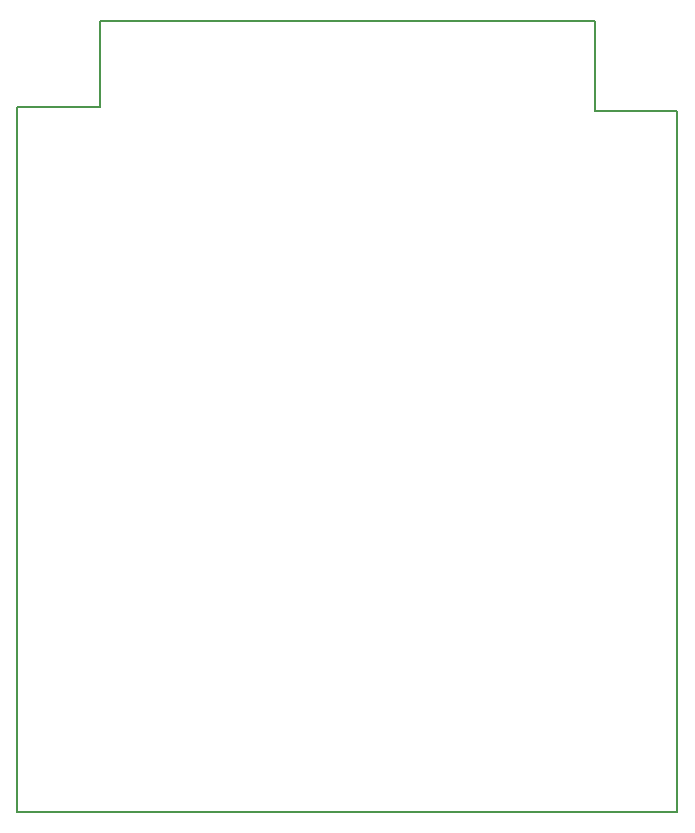
<source format=gbr>
G04 DipTrace 2.4.0.2*
%INBoardOutline.gbr*%
%MOIN*%
%ADD11C,0.0055*%
%FSLAX44Y44*%
G04*
G70*
G90*
G75*
G01*
%LNBoardOutline*%
%LPD*%
X3940Y3940D2*
D11*
Y27445D1*
X6690D1*
Y30320D1*
X23190D1*
Y27320D1*
X25940D1*
Y3940D1*
X3940D1*
M02*

</source>
